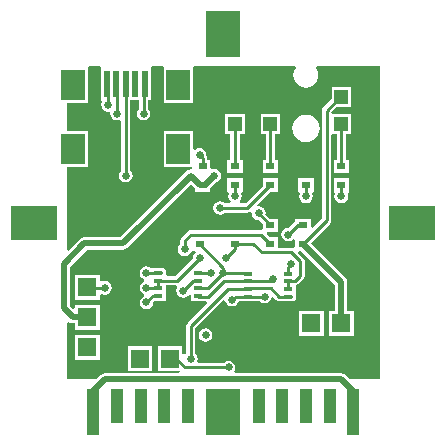
<source format=gtl>
%FSLAX25Y25*%
%MOIN*%
G70*
G01*
G75*
G04 Layer_Physical_Order=1*
G04 Layer_Color=255*
%ADD10R,0.04500X0.04500*%
%ADD11R,0.01969X0.08858*%
%ADD12R,0.07874X0.09843*%
G04:AMPARAMS|DCode=13|XSize=31.5mil|YSize=11.81mil|CornerRadius=0mil|HoleSize=0mil|Usage=FLASHONLY|Rotation=180.000|XOffset=0mil|YOffset=0mil|HoleType=Round|Shape=Octagon|*
%AMOCTAGOND13*
4,1,8,-0.01575,0.00295,-0.01575,-0.00295,-0.01280,-0.00591,0.01280,-0.00591,0.01575,-0.00295,0.01575,0.00295,0.01280,0.00591,-0.01280,0.00591,-0.01575,0.00295,0.0*
%
%ADD13OCTAGOND13*%

%ADD14R,0.03150X0.01181*%
%ADD15R,0.03150X0.02362*%
%ADD16C,0.01000*%
%ADD17C,0.02000*%
%ADD18R,0.06250X0.06250*%
%ADD19R,0.15748X0.11811*%
%ADD20R,0.11811X0.15748*%
%ADD21R,0.03937X0.15748*%
%ADD22R,0.03937X0.11811*%
%ADD23R,0.06250X0.06250*%
%ADD24C,0.02500*%
G36*
X430118Y231299D02*
X420207D01*
X418765Y232741D01*
X418103Y233183D01*
X417323Y233338D01*
X382004D01*
X381630Y234038D01*
X381844Y234358D01*
X382018Y235236D01*
X381844Y236114D01*
X381347Y236858D01*
X380602Y237356D01*
X379724Y237530D01*
X378846Y237356D01*
X378102Y236858D01*
X378040Y236766D01*
X369659D01*
X369276Y237466D01*
X369420Y238189D01*
X369245Y239067D01*
X368748Y239811D01*
X368655Y239873D01*
Y248382D01*
X377939Y257666D01*
X378699Y257436D01*
X378786Y256996D01*
X379283Y256252D01*
X380028Y255755D01*
X380906Y255580D01*
X381783Y255755D01*
X382528Y256252D01*
X383025Y256996D01*
X383029Y257014D01*
X383646Y257268D01*
X383646D01*
X383646Y257268D01*
X383646Y257268D01*
X388795D01*
Y257329D01*
X390048D01*
X390110Y257236D01*
X390854Y256739D01*
X391732Y256564D01*
X392610Y256739D01*
X393354Y257236D01*
X393852Y257980D01*
X393939Y258420D01*
X394699Y258650D01*
X395572Y257777D01*
X396068Y257445D01*
X396653Y257329D01*
X397765D01*
X397827Y257268D01*
X401386D01*
X402181Y258063D01*
Y259127D01*
X402181Y259653D01*
X402181Y259827D01*
D01*
X402181D01*
X402181Y259827D01*
Y262386D01*
Y262528D01*
X402357Y262563D01*
X402853Y262895D01*
X404625Y264667D01*
X404956Y265163D01*
X405073Y265748D01*
Y270669D01*
X404956Y271255D01*
X404625Y271751D01*
X402825Y273550D01*
X403093Y274197D01*
X403825D01*
X415284Y262738D01*
Y254125D01*
X413198D01*
Y245875D01*
X421448D01*
Y254125D01*
X419362D01*
Y263583D01*
X419362Y263583D01*
X419207Y264363D01*
X418765Y265024D01*
X407102Y276687D01*
Y276790D01*
X413483Y283171D01*
X413814Y283667D01*
X413931Y284252D01*
Y312475D01*
X414073Y313116D01*
X414631Y313116D01*
X415793D01*
Y304543D01*
X414748D01*
Y300181D01*
X419898D01*
Y304543D01*
X418852D01*
Y313116D01*
X420573D01*
Y319616D01*
X414631D01*
X414132Y319616D01*
X413973Y320275D01*
X415814Y322116D01*
X420573D01*
Y328616D01*
X414073D01*
Y324700D01*
X411320Y321948D01*
X410989Y321451D01*
X410872Y320866D01*
Y284886D01*
X407749Y281762D01*
X407102Y282030D01*
Y284858D01*
X401953D01*
Y283945D01*
X401675Y283759D01*
X399716Y281800D01*
X399606Y281822D01*
X398728Y281647D01*
X397984Y281150D01*
X397487Y280405D01*
X397312Y279528D01*
X397487Y278650D01*
X397984Y277905D01*
X398728Y277408D01*
X399606Y277234D01*
X400484Y277408D01*
X401229Y277905D01*
X401253Y277942D01*
X401953Y277729D01*
Y275358D01*
X401253Y274984D01*
X401176Y275035D01*
X400591Y275151D01*
X396276D01*
Y278559D01*
X393683D01*
X392392Y279849D01*
X392660Y280496D01*
X396276D01*
Y284858D01*
X393683D01*
X392036Y286505D01*
X392058Y286614D01*
X391883Y287492D01*
X391386Y288236D01*
X390642Y288734D01*
X389764Y288908D01*
X389683Y288892D01*
X389338Y289537D01*
X393683Y293882D01*
X396276D01*
Y298244D01*
X391126D01*
Y295651D01*
X385390Y289915D01*
X383596D01*
X383384Y290615D01*
X383512Y290701D01*
X384009Y291445D01*
X384184Y292323D01*
X384013Y293182D01*
X383993Y293308D01*
X384392Y293882D01*
X384465D01*
Y298244D01*
X379315D01*
Y293882D01*
X379388D01*
X379787Y293308D01*
X379767Y293182D01*
X379596Y292323D01*
X379770Y291445D01*
X380268Y290701D01*
X380396Y290615D01*
X380183Y289915D01*
X378653D01*
X378591Y290008D01*
X377846Y290505D01*
X376969Y290680D01*
X376091Y290505D01*
X375346Y290008D01*
X374849Y289264D01*
X374674Y288386D01*
X374849Y287508D01*
X375346Y286764D01*
X376091Y286266D01*
X376969Y286092D01*
X377846Y286266D01*
X378591Y286764D01*
X378653Y286856D01*
X386024D01*
X386609Y286973D01*
X386861Y287141D01*
X387491Y286720D01*
X387470Y286614D01*
X387644Y285736D01*
X388142Y284992D01*
X388886Y284495D01*
X389764Y284320D01*
X389873Y284342D01*
X391126Y283089D01*
Y281494D01*
X390585Y281050D01*
X390551Y281057D01*
X367126D01*
X366541Y280941D01*
X366044Y280609D01*
X364076Y278641D01*
X363744Y278144D01*
X363628Y277559D01*
Y276290D01*
X363535Y276228D01*
X363038Y275484D01*
X362863Y274606D01*
X363038Y273728D01*
X363535Y272984D01*
X364280Y272487D01*
X365158Y272312D01*
X366035Y272487D01*
X366780Y272984D01*
X367277Y273728D01*
X367277Y273728D01*
X367277Y273728D01*
X367740Y274197D01*
X368003D01*
X368575D01*
X368788Y273497D01*
X368457Y273276D01*
X367959Y272531D01*
X367785Y271654D01*
X367806Y271544D01*
X361965Y265703D01*
X359477D01*
X358874Y265937D01*
Y267528D01*
X358079Y268323D01*
X354520D01*
X353984Y268354D01*
X353240Y268852D01*
X352362Y269026D01*
X351484Y268852D01*
X350740Y268354D01*
X350243Y267610D01*
X350068Y266732D01*
X350243Y265854D01*
X350740Y265110D01*
X351448Y264637D01*
X351484Y264369D01*
Y264174D01*
X351448Y263906D01*
X350740Y263433D01*
X350243Y262689D01*
X350068Y261811D01*
X350243Y260933D01*
X350740Y260189D01*
X351448Y259716D01*
X351484Y259448D01*
Y259253D01*
X351448Y258985D01*
X350740Y258512D01*
X350243Y257768D01*
X350068Y256890D01*
X350243Y256012D01*
X350740Y255268D01*
X351484Y254770D01*
X352362Y254596D01*
X353240Y254770D01*
X353984Y255268D01*
X354482Y256012D01*
X354656Y256890D01*
X354644Y256954D01*
X355101Y257465D01*
X358874D01*
Y260024D01*
Y262583D01*
Y262644D01*
X362277D01*
X362668Y261980D01*
X362669Y261970D01*
X362492Y261705D01*
X362317Y260827D01*
X362492Y259949D01*
X362989Y259205D01*
X363733Y258707D01*
X364611Y258533D01*
X365489Y258707D01*
X366233Y259205D01*
X366410Y259470D01*
X367110Y259257D01*
Y257465D01*
X369268D01*
X369297Y257445D01*
X369882Y257329D01*
X372286D01*
X372576Y256629D01*
X366044Y250097D01*
X365713Y249601D01*
X365597Y249016D01*
Y239873D01*
X365504Y239811D01*
X365434Y239707D01*
X364498Y239566D01*
X364361Y239678D01*
Y242314D01*
X356111D01*
Y234064D01*
X363527D01*
X363545Y234038D01*
X363193Y233338D01*
X338583D01*
X337802Y233183D01*
X337141Y232741D01*
X335699Y231299D01*
X325787D01*
Y250151D01*
X326487Y250411D01*
X326975Y250085D01*
X327756Y249929D01*
X328552D01*
Y247844D01*
X336802D01*
Y256094D01*
X328552D01*
Y254971D01*
X327906Y254703D01*
X326842Y255766D01*
Y268840D01*
X332538Y274536D01*
X344488D01*
X345269Y274691D01*
X345930Y275133D01*
X367126Y296329D01*
X368488Y294967D01*
Y293882D01*
X373638D01*
Y294967D01*
X375736Y297065D01*
X375878Y297093D01*
X376622Y297590D01*
X377119Y298335D01*
X377294Y299213D01*
X377119Y300091D01*
X376622Y300835D01*
X375878Y301332D01*
X375000Y301507D01*
X374338Y301375D01*
X373638Y301786D01*
Y304543D01*
X372592D01*
Y305118D01*
X372476Y305703D01*
X372335Y305914D01*
X372373Y306102D01*
X372198Y306980D01*
X371701Y307724D01*
X370957Y308222D01*
X370079Y308396D01*
X369201Y308222D01*
X368629Y307840D01*
X368045Y308056D01*
X367929Y308150D01*
Y313913D01*
X358055D01*
Y302071D01*
X367318D01*
X367786Y301597D01*
X367290Y301219D01*
X367126Y301252D01*
X366346Y301097D01*
X365684Y300655D01*
X343643Y278614D01*
X331693D01*
X330913Y278459D01*
X330251Y278017D01*
X326434Y274200D01*
X325787Y274468D01*
Y302071D01*
X332890D01*
Y313913D01*
X325787D01*
Y323410D01*
X332890D01*
Y335252D01*
X333433Y335630D01*
X336646D01*
X337189Y335252D01*
X337189Y334930D01*
Y324394D01*
X337189Y324394D01*
X337189D01*
X337460Y323794D01*
X337444Y323694D01*
X337273Y322835D01*
X337448Y321957D01*
X337945Y321213D01*
X338689Y320715D01*
X339567Y320541D01*
X339771Y320581D01*
X340266Y320086D01*
X340226Y319882D01*
X340400Y319004D01*
X340897Y318260D01*
X341642Y317762D01*
X342520Y317588D01*
X343243Y317732D01*
X343943Y317349D01*
Y300897D01*
X343850Y300835D01*
X343353Y300091D01*
X343178Y299213D01*
X343353Y298335D01*
X343850Y297590D01*
X344594Y297093D01*
X345472Y296919D01*
X346350Y297093D01*
X347094Y297590D01*
X347592Y298335D01*
X347766Y299213D01*
X347592Y300091D01*
X347094Y300835D01*
X347002Y300897D01*
Y324394D01*
X349849D01*
Y321566D01*
X349756Y321504D01*
X349258Y320760D01*
X349084Y319882D01*
X349258Y319004D01*
X349756Y318260D01*
X350500Y317762D01*
X351378Y317588D01*
X352256Y317762D01*
X353000Y318260D01*
X353497Y319004D01*
X353672Y319882D01*
X353497Y320760D01*
X353000Y321504D01*
X352907Y321566D01*
Y324394D01*
X353756D01*
Y334930D01*
X353756Y335252D01*
X354299Y335630D01*
X354299Y335630D01*
X357512D01*
X358055Y335252D01*
X358055Y334930D01*
Y323410D01*
X367929D01*
Y334930D01*
X367929Y335252D01*
X368473Y335630D01*
X368473Y335630D01*
X401755D01*
X402065Y335002D01*
X401887Y334770D01*
X401469Y333760D01*
X401326Y332677D01*
X401469Y331594D01*
X401887Y330584D01*
X402552Y329717D01*
X403419Y329052D01*
X404428Y328634D01*
X405512Y328491D01*
X406595Y328634D01*
X407605Y329052D01*
X408472Y329717D01*
X409137Y330584D01*
X409555Y331594D01*
X409698Y332677D01*
X409555Y333760D01*
X409137Y334770D01*
X408959Y335002D01*
X409268Y335630D01*
X430118D01*
Y231299D01*
D02*
G37*
%LPC*%
G36*
X411448Y254125D02*
X403198D01*
Y245875D01*
X411448D01*
Y254125D01*
D02*
G37*
G36*
X336802Y266093D02*
X328552D01*
Y257843D01*
X336802D01*
Y259453D01*
X337502Y259827D01*
X337705Y259692D01*
X338583Y259517D01*
X339461Y259692D01*
X340205Y260189D01*
X340702Y260933D01*
X340877Y261811D01*
X340702Y262689D01*
X340205Y263433D01*
X339461Y263931D01*
X338583Y264105D01*
X337705Y263931D01*
X337502Y263795D01*
X336802Y264169D01*
Y266093D01*
D02*
G37*
G36*
X372047Y248357D02*
X371169Y248182D01*
X370425Y247685D01*
X369928Y246941D01*
X369753Y246063D01*
X369928Y245185D01*
X370425Y244441D01*
X371169Y243944D01*
X372047Y243769D01*
X372925Y243944D01*
X373669Y244441D01*
X374167Y245185D01*
X374341Y246063D01*
X374167Y246941D01*
X373669Y247685D01*
X372925Y248182D01*
X372047Y248357D01*
D02*
G37*
G36*
X354361Y242314D02*
X346111D01*
Y234064D01*
X354361D01*
Y242314D01*
D02*
G37*
G36*
X336802Y246094D02*
X328552D01*
Y237843D01*
X336802D01*
Y246094D01*
D02*
G37*
G36*
X396951Y319616D02*
X390451D01*
Y313116D01*
X392171D01*
Y304543D01*
X391126D01*
Y300181D01*
X396276D01*
Y304543D01*
X395230D01*
Y313116D01*
X396951D01*
Y319616D01*
D02*
G37*
G36*
X405512Y319550D02*
X404324Y319393D01*
X403217Y318935D01*
X402267Y318206D01*
X401537Y317255D01*
X401079Y316148D01*
X400923Y314961D01*
X401079Y313773D01*
X401537Y312666D01*
X402267Y311716D01*
X403217Y310986D01*
X404324Y310528D01*
X405512Y310371D01*
X406700Y310528D01*
X407806Y310986D01*
X408757Y311716D01*
X409486Y312666D01*
X409945Y313773D01*
X410101Y314961D01*
X409945Y316148D01*
X409486Y317255D01*
X408757Y318206D01*
X407806Y318935D01*
X406700Y319393D01*
X405512Y319550D01*
D02*
G37*
G36*
X385140Y319616D02*
X378640D01*
Y313116D01*
X380360D01*
Y304543D01*
X379315D01*
Y300181D01*
X384465D01*
Y304543D01*
X383419D01*
Y313116D01*
X385140D01*
Y319616D01*
D02*
G37*
G36*
X408087Y298244D02*
X402937D01*
Y293882D01*
X403010D01*
X403409Y293308D01*
X403389Y293182D01*
X403218Y292323D01*
X403392Y291445D01*
X403890Y290701D01*
X404634Y290203D01*
X405512Y290029D01*
X406390Y290203D01*
X407134Y290701D01*
X407631Y291445D01*
X407806Y292323D01*
X407635Y293182D01*
X407615Y293308D01*
X408014Y293882D01*
X408087D01*
Y298244D01*
D02*
G37*
G36*
X419898D02*
X414748D01*
Y293882D01*
X414821D01*
X415220Y293308D01*
X415200Y293182D01*
X415029Y292323D01*
X415203Y291445D01*
X415701Y290701D01*
X416445Y290203D01*
X417323Y290029D01*
X418201Y290203D01*
X418945Y290701D01*
X419442Y291445D01*
X419617Y292323D01*
X419446Y293182D01*
X419426Y293308D01*
X419825Y293882D01*
X419898D01*
Y298244D01*
D02*
G37*
%LPD*%
D10*
X417323Y325366D02*
D03*
Y316366D02*
D03*
X381890Y325366D02*
D03*
Y316366D02*
D03*
X393701Y325366D02*
D03*
Y316366D02*
D03*
D11*
X351772Y329823D02*
D03*
X348622D02*
D03*
X345472D02*
D03*
X342323D02*
D03*
X339173D02*
D03*
D12*
X362992Y307992D02*
D03*
X327953D02*
D03*
Y329331D02*
D03*
X362992D02*
D03*
D13*
X399606Y258858D02*
D03*
X356299Y266732D02*
D03*
D14*
X399606Y261417D02*
D03*
Y263976D02*
D03*
Y266535D02*
D03*
X386221Y258858D02*
D03*
Y261417D02*
D03*
Y263976D02*
D03*
Y266535D02*
D03*
X356299Y264173D02*
D03*
Y261614D02*
D03*
Y259055D02*
D03*
X369685Y266732D02*
D03*
Y264173D02*
D03*
Y261614D02*
D03*
Y259055D02*
D03*
D15*
X417323Y302362D02*
D03*
Y296063D02*
D03*
X381890Y282677D02*
D03*
Y276378D02*
D03*
X370079Y282677D02*
D03*
Y276378D02*
D03*
X381890Y302362D02*
D03*
Y296063D02*
D03*
X393701Y302362D02*
D03*
Y296063D02*
D03*
X371063D02*
D03*
Y302362D02*
D03*
X405512D02*
D03*
Y296063D02*
D03*
X393701Y276378D02*
D03*
Y282677D02*
D03*
X404528Y276378D02*
D03*
Y282677D02*
D03*
D16*
X366142Y220473D02*
X366142Y220472D01*
X381890Y302362D02*
Y316366D01*
X393701Y302362D02*
Y316366D01*
X399606Y308268D02*
X405512Y302362D01*
X399606Y308268D02*
Y319461D01*
X393701Y325366D02*
X399606Y319461D01*
X381890Y325366D02*
X393701D01*
X375421D02*
X381890D01*
X374016Y326772D02*
X375421Y325366D01*
X345472Y299213D02*
Y329823D01*
X342323D02*
X342520Y329626D01*
Y319882D02*
Y329626D01*
X339567Y322835D02*
Y329429D01*
X339173Y329823D02*
X339567Y329429D01*
X351378Y329429D02*
X351772Y329823D01*
X351378Y319882D02*
Y329429D01*
X381890Y292323D02*
Y296063D01*
X381890Y292323D02*
X381890Y292323D01*
X417323Y302362D02*
Y316366D01*
X376969Y288386D02*
X386024D01*
X393701Y296063D01*
X417323D02*
X417323Y296063D01*
X369685Y266732D02*
X374016D01*
X369685Y266732D02*
X369685Y266732D01*
X381890Y258858D02*
X386221D01*
X386024Y266732D02*
X386221Y266535D01*
X369685Y261614D02*
X372835D01*
X377953Y266732D01*
X386024D01*
X369882Y258858D02*
X373031D01*
X378150Y263976D01*
X386221D01*
X366142Y220472D02*
Y226378D01*
X379528Y261417D02*
X386221D01*
Y258858D02*
X391732D01*
X399606Y279528D02*
X402756Y282677D01*
X404528D01*
X405512Y292323D02*
Y296063D01*
Y292323D02*
X405512Y292323D01*
X417323Y292323D02*
Y296063D01*
Y292323D02*
X417323Y292323D01*
X399606Y261417D02*
Y263976D01*
X362598Y264173D02*
X370079Y271654D01*
X356299Y264173D02*
X362598D01*
X356299Y261614D02*
Y264173D01*
X354528Y259055D02*
X356299D01*
X352362Y256890D02*
X354528Y259055D01*
X367957Y264173D02*
X369685D01*
X364611Y260827D02*
X367957Y264173D01*
X352362Y266732D02*
X356299D01*
X352362Y266732D02*
X352362Y266732D01*
X412402Y320866D02*
X416902Y325366D01*
X412402Y284252D02*
Y320866D01*
X404528Y276378D02*
X412402Y284252D01*
X390551Y279528D02*
X393701Y276378D01*
X365158Y274606D02*
Y277559D01*
X367126Y279528D01*
X390551D01*
X389764Y286614D02*
X393701Y282677D01*
X381890Y274606D02*
Y276378D01*
X378937Y271654D02*
X381890Y274606D01*
X370079Y276378D02*
X377953Y268504D01*
Y266732D02*
Y268504D01*
X369685Y259055D02*
X369882Y258858D01*
X381890Y276378D02*
X387992D01*
X390748Y273622D01*
X400591D01*
X403543Y270669D01*
Y265748D02*
Y270669D01*
X401772Y263976D02*
X403543Y265748D01*
X399606Y263976D02*
X401772D01*
X386221D02*
X394882D01*
X391732Y258858D02*
X391732Y258858D01*
X386221Y261417D02*
X386411Y261608D01*
X396653Y258858D02*
X399606D01*
X386411Y261608D02*
X393903D01*
X396653Y258858D01*
X391732Y258858D02*
Y258858D01*
X394684Y264174D02*
X394882Y263976D01*
X394684Y264174D02*
Y264763D01*
X399606Y266535D02*
Y268701D01*
X400591Y269685D01*
X371063Y302362D02*
Y305118D01*
X370079Y306102D02*
X371063Y305118D01*
X352559Y261614D02*
X356299D01*
X352362Y261811D02*
X352559Y261614D01*
X332835Y261811D02*
X338583D01*
X332677Y261969D02*
X332835Y261811D01*
X362205Y238189D02*
X365158Y235236D01*
X379724D01*
X367126Y249016D02*
X379528Y261417D01*
X367126Y238189D02*
Y249016D01*
D17*
X370275Y296063D02*
X371063D01*
X367126Y299213D02*
X370275Y296063D01*
X344488Y276575D02*
X367126Y299213D01*
X331693Y276575D02*
X344488D01*
X324803Y269685D02*
X331693Y276575D01*
X324803Y254921D02*
Y269685D01*
Y254921D02*
X327756Y251969D01*
X332677D01*
X371063Y296063D02*
X371850D01*
X375000Y299213D01*
X417323Y250000D02*
Y263583D01*
X404528Y276378D02*
X417323Y263583D01*
X416902Y325366D02*
X417323D01*
X415354Y250000D02*
X417323D01*
X415354Y248031D02*
Y250000D01*
X421260Y220472D02*
Y227362D01*
X417323Y231299D02*
X421260Y227362D01*
X334646Y227362D02*
X338583Y231299D01*
X334646Y220472D02*
Y227362D01*
X338583Y231299D02*
X417323D01*
D18*
X407323Y250000D02*
D03*
X417323D02*
D03*
X427323D02*
D03*
X350236Y238189D02*
D03*
X360236D02*
D03*
D19*
X440945Y283465D02*
D03*
X314961D02*
D03*
D20*
X377953Y346457D02*
D03*
Y220472D02*
D03*
D21*
X421260D02*
D03*
X334646D02*
D03*
D22*
X342520Y222441D02*
D03*
X350394D02*
D03*
X358268D02*
D03*
X366142D02*
D03*
X389764D02*
D03*
X397638D02*
D03*
X405512D02*
D03*
X413386D02*
D03*
D23*
X332677Y241968D02*
D03*
Y251969D02*
D03*
Y261968D02*
D03*
D24*
X374016Y326772D02*
D03*
X342520Y319882D02*
D03*
X339567Y322835D02*
D03*
X345472Y299213D02*
D03*
X351378Y319882D02*
D03*
X381890Y292323D02*
D03*
X375000Y299213D02*
D03*
X376969Y288386D02*
D03*
X374016Y266732D02*
D03*
X380906Y257874D02*
D03*
X399606Y279528D02*
D03*
X417323Y292323D02*
D03*
X405512Y292323D02*
D03*
X352362Y256890D02*
D03*
Y266732D02*
D03*
X364611Y260827D02*
D03*
X373031Y291339D02*
D03*
X366339Y293307D02*
D03*
X365158Y274606D02*
D03*
X389764Y286614D02*
D03*
Y243110D02*
D03*
X370079Y271654D02*
D03*
X378937D02*
D03*
X377953Y266732D02*
D03*
X391732Y258858D02*
D03*
X394684Y264763D02*
D03*
X400591Y269685D02*
D03*
X370079Y306102D02*
D03*
X379724Y235236D02*
D03*
X372047Y246063D02*
D03*
X352362Y261811D02*
D03*
X338583D02*
D03*
X367126Y238189D02*
D03*
M02*

</source>
